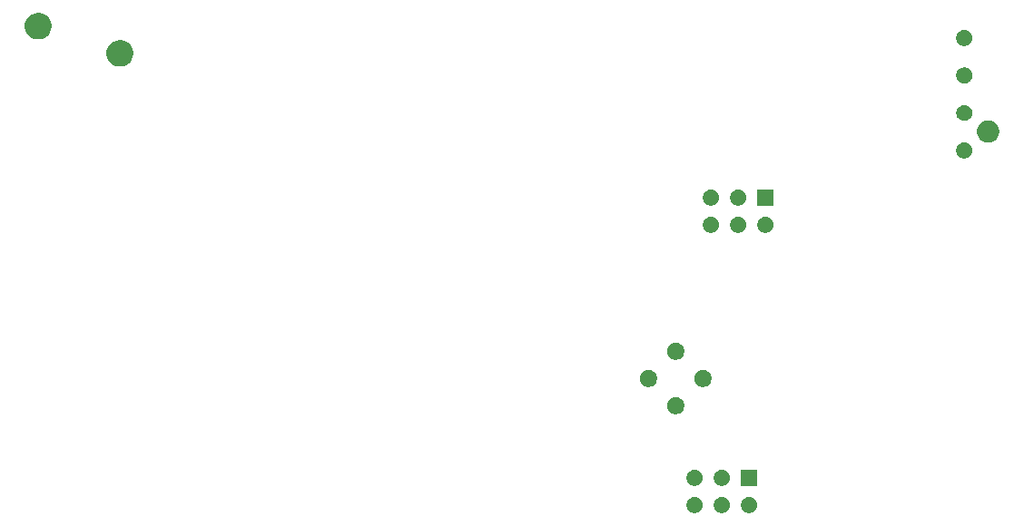
<source format=gbr>
G04 #@! TF.GenerationSoftware,KiCad,Pcbnew,5.1.4-e60b266~84~ubuntu16.04.1*
G04 #@! TF.CreationDate,2020-01-29T21:56:32-05:00*
G04 #@! TF.ProjectId,tire_temp,74697265-5f74-4656-9d70-2e6b69636164,rev?*
G04 #@! TF.SameCoordinates,Original*
G04 #@! TF.FileFunction,Soldermask,Bot*
G04 #@! TF.FilePolarity,Negative*
%FSLAX46Y46*%
G04 Gerber Fmt 4.6, Leading zero omitted, Abs format (unit mm)*
G04 Created by KiCad (PCBNEW 5.1.4-e60b266~84~ubuntu16.04.1) date 2020-01-29 21:56:32*
%MOMM*%
%LPD*%
G04 APERTURE LIST*
%ADD10C,0.100000*%
G04 APERTURE END LIST*
D10*
G36*
X171923059Y-123991860D02*
G01*
X172059732Y-124048472D01*
X172182735Y-124130660D01*
X172287340Y-124235265D01*
X172369528Y-124358268D01*
X172426140Y-124494941D01*
X172455000Y-124640033D01*
X172455000Y-124787967D01*
X172426140Y-124933059D01*
X172369528Y-125069732D01*
X172287340Y-125192735D01*
X172182735Y-125297340D01*
X172059732Y-125379528D01*
X172059731Y-125379529D01*
X172059730Y-125379529D01*
X171923059Y-125436140D01*
X171777968Y-125465000D01*
X171630032Y-125465000D01*
X171484941Y-125436140D01*
X171348270Y-125379529D01*
X171348269Y-125379529D01*
X171348268Y-125379528D01*
X171225265Y-125297340D01*
X171120660Y-125192735D01*
X171038472Y-125069732D01*
X170981860Y-124933059D01*
X170953000Y-124787967D01*
X170953000Y-124640033D01*
X170981860Y-124494941D01*
X171038472Y-124358268D01*
X171120660Y-124235265D01*
X171225265Y-124130660D01*
X171348268Y-124048472D01*
X171484941Y-123991860D01*
X171630032Y-123963000D01*
X171777968Y-123963000D01*
X171923059Y-123991860D01*
X171923059Y-123991860D01*
G37*
G36*
X166843059Y-123991860D02*
G01*
X166979732Y-124048472D01*
X167102735Y-124130660D01*
X167207340Y-124235265D01*
X167289528Y-124358268D01*
X167346140Y-124494941D01*
X167375000Y-124640033D01*
X167375000Y-124787967D01*
X167346140Y-124933059D01*
X167289528Y-125069732D01*
X167207340Y-125192735D01*
X167102735Y-125297340D01*
X166979732Y-125379528D01*
X166979731Y-125379529D01*
X166979730Y-125379529D01*
X166843059Y-125436140D01*
X166697968Y-125465000D01*
X166550032Y-125465000D01*
X166404941Y-125436140D01*
X166268270Y-125379529D01*
X166268269Y-125379529D01*
X166268268Y-125379528D01*
X166145265Y-125297340D01*
X166040660Y-125192735D01*
X165958472Y-125069732D01*
X165901860Y-124933059D01*
X165873000Y-124787967D01*
X165873000Y-124640033D01*
X165901860Y-124494941D01*
X165958472Y-124358268D01*
X166040660Y-124235265D01*
X166145265Y-124130660D01*
X166268268Y-124048472D01*
X166404941Y-123991860D01*
X166550032Y-123963000D01*
X166697968Y-123963000D01*
X166843059Y-123991860D01*
X166843059Y-123991860D01*
G37*
G36*
X169383059Y-123991860D02*
G01*
X169519732Y-124048472D01*
X169642735Y-124130660D01*
X169747340Y-124235265D01*
X169829528Y-124358268D01*
X169886140Y-124494941D01*
X169915000Y-124640033D01*
X169915000Y-124787967D01*
X169886140Y-124933059D01*
X169829528Y-125069732D01*
X169747340Y-125192735D01*
X169642735Y-125297340D01*
X169519732Y-125379528D01*
X169519731Y-125379529D01*
X169519730Y-125379529D01*
X169383059Y-125436140D01*
X169237968Y-125465000D01*
X169090032Y-125465000D01*
X168944941Y-125436140D01*
X168808270Y-125379529D01*
X168808269Y-125379529D01*
X168808268Y-125379528D01*
X168685265Y-125297340D01*
X168580660Y-125192735D01*
X168498472Y-125069732D01*
X168441860Y-124933059D01*
X168413000Y-124787967D01*
X168413000Y-124640033D01*
X168441860Y-124494941D01*
X168498472Y-124358268D01*
X168580660Y-124235265D01*
X168685265Y-124130660D01*
X168808268Y-124048472D01*
X168944941Y-123991860D01*
X169090032Y-123963000D01*
X169237968Y-123963000D01*
X169383059Y-123991860D01*
X169383059Y-123991860D01*
G37*
G36*
X166843059Y-121451860D02*
G01*
X166979732Y-121508472D01*
X167102735Y-121590660D01*
X167207340Y-121695265D01*
X167289528Y-121818268D01*
X167346140Y-121954941D01*
X167375000Y-122100033D01*
X167375000Y-122247967D01*
X167346140Y-122393059D01*
X167289528Y-122529732D01*
X167207340Y-122652735D01*
X167102735Y-122757340D01*
X166979732Y-122839528D01*
X166979731Y-122839529D01*
X166979730Y-122839529D01*
X166843059Y-122896140D01*
X166697968Y-122925000D01*
X166550032Y-122925000D01*
X166404941Y-122896140D01*
X166268270Y-122839529D01*
X166268269Y-122839529D01*
X166268268Y-122839528D01*
X166145265Y-122757340D01*
X166040660Y-122652735D01*
X165958472Y-122529732D01*
X165901860Y-122393059D01*
X165873000Y-122247967D01*
X165873000Y-122100033D01*
X165901860Y-121954941D01*
X165958472Y-121818268D01*
X166040660Y-121695265D01*
X166145265Y-121590660D01*
X166268268Y-121508472D01*
X166404941Y-121451860D01*
X166550032Y-121423000D01*
X166697968Y-121423000D01*
X166843059Y-121451860D01*
X166843059Y-121451860D01*
G37*
G36*
X172455000Y-122925000D02*
G01*
X170953000Y-122925000D01*
X170953000Y-121423000D01*
X172455000Y-121423000D01*
X172455000Y-122925000D01*
X172455000Y-122925000D01*
G37*
G36*
X169383059Y-121451860D02*
G01*
X169519732Y-121508472D01*
X169642735Y-121590660D01*
X169747340Y-121695265D01*
X169829528Y-121818268D01*
X169886140Y-121954941D01*
X169915000Y-122100033D01*
X169915000Y-122247967D01*
X169886140Y-122393059D01*
X169829528Y-122529732D01*
X169747340Y-122652735D01*
X169642735Y-122757340D01*
X169519732Y-122839528D01*
X169519731Y-122839529D01*
X169519730Y-122839529D01*
X169383059Y-122896140D01*
X169237968Y-122925000D01*
X169090032Y-122925000D01*
X168944941Y-122896140D01*
X168808270Y-122839529D01*
X168808269Y-122839529D01*
X168808268Y-122839528D01*
X168685265Y-122757340D01*
X168580660Y-122652735D01*
X168498472Y-122529732D01*
X168441860Y-122393059D01*
X168413000Y-122247967D01*
X168413000Y-122100033D01*
X168441860Y-121954941D01*
X168498472Y-121818268D01*
X168580660Y-121695265D01*
X168685265Y-121590660D01*
X168808268Y-121508472D01*
X168944941Y-121451860D01*
X169090032Y-121423000D01*
X169237968Y-121423000D01*
X169383059Y-121451860D01*
X169383059Y-121451860D01*
G37*
G36*
X165083142Y-114661242D02*
G01*
X165231101Y-114722529D01*
X165364255Y-114811499D01*
X165477501Y-114924745D01*
X165566471Y-115057899D01*
X165627758Y-115205858D01*
X165659000Y-115362925D01*
X165659000Y-115523075D01*
X165627758Y-115680142D01*
X165566471Y-115828101D01*
X165477501Y-115961255D01*
X165364255Y-116074501D01*
X165231101Y-116163471D01*
X165083142Y-116224758D01*
X164926075Y-116256000D01*
X164765925Y-116256000D01*
X164608858Y-116224758D01*
X164460899Y-116163471D01*
X164327745Y-116074501D01*
X164214499Y-115961255D01*
X164125529Y-115828101D01*
X164064242Y-115680142D01*
X164033000Y-115523075D01*
X164033000Y-115362925D01*
X164064242Y-115205858D01*
X164125529Y-115057899D01*
X164214499Y-114924745D01*
X164327745Y-114811499D01*
X164460899Y-114722529D01*
X164608858Y-114661242D01*
X164765925Y-114630000D01*
X164926075Y-114630000D01*
X165083142Y-114661242D01*
X165083142Y-114661242D01*
G37*
G36*
X167623142Y-112121242D02*
G01*
X167771101Y-112182529D01*
X167904255Y-112271499D01*
X168017501Y-112384745D01*
X168106471Y-112517899D01*
X168167758Y-112665858D01*
X168199000Y-112822925D01*
X168199000Y-112983075D01*
X168167758Y-113140142D01*
X168106471Y-113288101D01*
X168017501Y-113421255D01*
X167904255Y-113534501D01*
X167771101Y-113623471D01*
X167623142Y-113684758D01*
X167466075Y-113716000D01*
X167305925Y-113716000D01*
X167148858Y-113684758D01*
X167000899Y-113623471D01*
X166867745Y-113534501D01*
X166754499Y-113421255D01*
X166665529Y-113288101D01*
X166604242Y-113140142D01*
X166573000Y-112983075D01*
X166573000Y-112822925D01*
X166604242Y-112665858D01*
X166665529Y-112517899D01*
X166754499Y-112384745D01*
X166867745Y-112271499D01*
X167000899Y-112182529D01*
X167148858Y-112121242D01*
X167305925Y-112090000D01*
X167466075Y-112090000D01*
X167623142Y-112121242D01*
X167623142Y-112121242D01*
G37*
G36*
X162543142Y-112121242D02*
G01*
X162691101Y-112182529D01*
X162824255Y-112271499D01*
X162937501Y-112384745D01*
X163026471Y-112517899D01*
X163087758Y-112665858D01*
X163119000Y-112822925D01*
X163119000Y-112983075D01*
X163087758Y-113140142D01*
X163026471Y-113288101D01*
X162937501Y-113421255D01*
X162824255Y-113534501D01*
X162691101Y-113623471D01*
X162543142Y-113684758D01*
X162386075Y-113716000D01*
X162225925Y-113716000D01*
X162068858Y-113684758D01*
X161920899Y-113623471D01*
X161787745Y-113534501D01*
X161674499Y-113421255D01*
X161585529Y-113288101D01*
X161524242Y-113140142D01*
X161493000Y-112983075D01*
X161493000Y-112822925D01*
X161524242Y-112665858D01*
X161585529Y-112517899D01*
X161674499Y-112384745D01*
X161787745Y-112271499D01*
X161920899Y-112182529D01*
X162068858Y-112121242D01*
X162225925Y-112090000D01*
X162386075Y-112090000D01*
X162543142Y-112121242D01*
X162543142Y-112121242D01*
G37*
G36*
X165083142Y-109581242D02*
G01*
X165231101Y-109642529D01*
X165364255Y-109731499D01*
X165477501Y-109844745D01*
X165566471Y-109977899D01*
X165627758Y-110125858D01*
X165659000Y-110282925D01*
X165659000Y-110443075D01*
X165627758Y-110600142D01*
X165566471Y-110748101D01*
X165477501Y-110881255D01*
X165364255Y-110994501D01*
X165231101Y-111083471D01*
X165083142Y-111144758D01*
X164926075Y-111176000D01*
X164765925Y-111176000D01*
X164608858Y-111144758D01*
X164460899Y-111083471D01*
X164327745Y-110994501D01*
X164214499Y-110881255D01*
X164125529Y-110748101D01*
X164064242Y-110600142D01*
X164033000Y-110443075D01*
X164033000Y-110282925D01*
X164064242Y-110125858D01*
X164125529Y-109977899D01*
X164214499Y-109844745D01*
X164327745Y-109731499D01*
X164460899Y-109642529D01*
X164608858Y-109581242D01*
X164765925Y-109550000D01*
X164926075Y-109550000D01*
X165083142Y-109581242D01*
X165083142Y-109581242D01*
G37*
G36*
X170907059Y-97829860D02*
G01*
X171043732Y-97886472D01*
X171166735Y-97968660D01*
X171271340Y-98073265D01*
X171353528Y-98196268D01*
X171410140Y-98332941D01*
X171439000Y-98478033D01*
X171439000Y-98625967D01*
X171410140Y-98771059D01*
X171353528Y-98907732D01*
X171271340Y-99030735D01*
X171166735Y-99135340D01*
X171043732Y-99217528D01*
X171043731Y-99217529D01*
X171043730Y-99217529D01*
X170907059Y-99274140D01*
X170761968Y-99303000D01*
X170614032Y-99303000D01*
X170468941Y-99274140D01*
X170332270Y-99217529D01*
X170332269Y-99217529D01*
X170332268Y-99217528D01*
X170209265Y-99135340D01*
X170104660Y-99030735D01*
X170022472Y-98907732D01*
X169965860Y-98771059D01*
X169937000Y-98625967D01*
X169937000Y-98478033D01*
X169965860Y-98332941D01*
X170022472Y-98196268D01*
X170104660Y-98073265D01*
X170209265Y-97968660D01*
X170332268Y-97886472D01*
X170468941Y-97829860D01*
X170614032Y-97801000D01*
X170761968Y-97801000D01*
X170907059Y-97829860D01*
X170907059Y-97829860D01*
G37*
G36*
X168367059Y-97829860D02*
G01*
X168503732Y-97886472D01*
X168626735Y-97968660D01*
X168731340Y-98073265D01*
X168813528Y-98196268D01*
X168870140Y-98332941D01*
X168899000Y-98478033D01*
X168899000Y-98625967D01*
X168870140Y-98771059D01*
X168813528Y-98907732D01*
X168731340Y-99030735D01*
X168626735Y-99135340D01*
X168503732Y-99217528D01*
X168503731Y-99217529D01*
X168503730Y-99217529D01*
X168367059Y-99274140D01*
X168221968Y-99303000D01*
X168074032Y-99303000D01*
X167928941Y-99274140D01*
X167792270Y-99217529D01*
X167792269Y-99217529D01*
X167792268Y-99217528D01*
X167669265Y-99135340D01*
X167564660Y-99030735D01*
X167482472Y-98907732D01*
X167425860Y-98771059D01*
X167397000Y-98625967D01*
X167397000Y-98478033D01*
X167425860Y-98332941D01*
X167482472Y-98196268D01*
X167564660Y-98073265D01*
X167669265Y-97968660D01*
X167792268Y-97886472D01*
X167928941Y-97829860D01*
X168074032Y-97801000D01*
X168221968Y-97801000D01*
X168367059Y-97829860D01*
X168367059Y-97829860D01*
G37*
G36*
X173447059Y-97829860D02*
G01*
X173583732Y-97886472D01*
X173706735Y-97968660D01*
X173811340Y-98073265D01*
X173893528Y-98196268D01*
X173950140Y-98332941D01*
X173979000Y-98478033D01*
X173979000Y-98625967D01*
X173950140Y-98771059D01*
X173893528Y-98907732D01*
X173811340Y-99030735D01*
X173706735Y-99135340D01*
X173583732Y-99217528D01*
X173583731Y-99217529D01*
X173583730Y-99217529D01*
X173447059Y-99274140D01*
X173301968Y-99303000D01*
X173154032Y-99303000D01*
X173008941Y-99274140D01*
X172872270Y-99217529D01*
X172872269Y-99217529D01*
X172872268Y-99217528D01*
X172749265Y-99135340D01*
X172644660Y-99030735D01*
X172562472Y-98907732D01*
X172505860Y-98771059D01*
X172477000Y-98625967D01*
X172477000Y-98478033D01*
X172505860Y-98332941D01*
X172562472Y-98196268D01*
X172644660Y-98073265D01*
X172749265Y-97968660D01*
X172872268Y-97886472D01*
X173008941Y-97829860D01*
X173154032Y-97801000D01*
X173301968Y-97801000D01*
X173447059Y-97829860D01*
X173447059Y-97829860D01*
G37*
G36*
X168367059Y-95289860D02*
G01*
X168503732Y-95346472D01*
X168626735Y-95428660D01*
X168731340Y-95533265D01*
X168813528Y-95656268D01*
X168870140Y-95792941D01*
X168899000Y-95938033D01*
X168899000Y-96085967D01*
X168870140Y-96231059D01*
X168813528Y-96367732D01*
X168731340Y-96490735D01*
X168626735Y-96595340D01*
X168503732Y-96677528D01*
X168503731Y-96677529D01*
X168503730Y-96677529D01*
X168367059Y-96734140D01*
X168221968Y-96763000D01*
X168074032Y-96763000D01*
X167928941Y-96734140D01*
X167792270Y-96677529D01*
X167792269Y-96677529D01*
X167792268Y-96677528D01*
X167669265Y-96595340D01*
X167564660Y-96490735D01*
X167482472Y-96367732D01*
X167425860Y-96231059D01*
X167397000Y-96085967D01*
X167397000Y-95938033D01*
X167425860Y-95792941D01*
X167482472Y-95656268D01*
X167564660Y-95533265D01*
X167669265Y-95428660D01*
X167792268Y-95346472D01*
X167928941Y-95289860D01*
X168074032Y-95261000D01*
X168221968Y-95261000D01*
X168367059Y-95289860D01*
X168367059Y-95289860D01*
G37*
G36*
X173979000Y-96763000D02*
G01*
X172477000Y-96763000D01*
X172477000Y-95261000D01*
X173979000Y-95261000D01*
X173979000Y-96763000D01*
X173979000Y-96763000D01*
G37*
G36*
X170907059Y-95289860D02*
G01*
X171043732Y-95346472D01*
X171166735Y-95428660D01*
X171271340Y-95533265D01*
X171353528Y-95656268D01*
X171410140Y-95792941D01*
X171439000Y-95938033D01*
X171439000Y-96085967D01*
X171410140Y-96231059D01*
X171353528Y-96367732D01*
X171271340Y-96490735D01*
X171166735Y-96595340D01*
X171043732Y-96677528D01*
X171043731Y-96677529D01*
X171043730Y-96677529D01*
X170907059Y-96734140D01*
X170761968Y-96763000D01*
X170614032Y-96763000D01*
X170468941Y-96734140D01*
X170332270Y-96677529D01*
X170332269Y-96677529D01*
X170332268Y-96677528D01*
X170209265Y-96595340D01*
X170104660Y-96490735D01*
X170022472Y-96367732D01*
X169965860Y-96231059D01*
X169937000Y-96085967D01*
X169937000Y-95938033D01*
X169965860Y-95792941D01*
X170022472Y-95656268D01*
X170104660Y-95533265D01*
X170209265Y-95428660D01*
X170332268Y-95346472D01*
X170468941Y-95289860D01*
X170614032Y-95261000D01*
X170761968Y-95261000D01*
X170907059Y-95289860D01*
X170907059Y-95289860D01*
G37*
G36*
X191864425Y-90864599D02*
G01*
X191988621Y-90889302D01*
X192125022Y-90945801D01*
X192247779Y-91027825D01*
X192352175Y-91132221D01*
X192434199Y-91254978D01*
X192490698Y-91391379D01*
X192519500Y-91536181D01*
X192519500Y-91683819D01*
X192490698Y-91828621D01*
X192434199Y-91965022D01*
X192352175Y-92087779D01*
X192247779Y-92192175D01*
X192125022Y-92274199D01*
X191988621Y-92330698D01*
X191864425Y-92355401D01*
X191843820Y-92359500D01*
X191696180Y-92359500D01*
X191675575Y-92355401D01*
X191551379Y-92330698D01*
X191414978Y-92274199D01*
X191292221Y-92192175D01*
X191187825Y-92087779D01*
X191105801Y-91965022D01*
X191049302Y-91828621D01*
X191020500Y-91683819D01*
X191020500Y-91536181D01*
X191049302Y-91391379D01*
X191105801Y-91254978D01*
X191187825Y-91132221D01*
X191292221Y-91027825D01*
X191414978Y-90945801D01*
X191551379Y-90889302D01*
X191675575Y-90864599D01*
X191696180Y-90860500D01*
X191843820Y-90860500D01*
X191864425Y-90864599D01*
X191864425Y-90864599D01*
G37*
G36*
X194303793Y-88858524D02*
G01*
X194493333Y-88937034D01*
X194493335Y-88937035D01*
X194663917Y-89051014D01*
X194808986Y-89196083D01*
X194922966Y-89366667D01*
X195001476Y-89556207D01*
X195041500Y-89757420D01*
X195041500Y-89962580D01*
X195001476Y-90163793D01*
X194922966Y-90353333D01*
X194922965Y-90353335D01*
X194808986Y-90523917D01*
X194663917Y-90668986D01*
X194493335Y-90782965D01*
X194493334Y-90782966D01*
X194493333Y-90782966D01*
X194303793Y-90861476D01*
X194102580Y-90901500D01*
X193897420Y-90901500D01*
X193696207Y-90861476D01*
X193506667Y-90782966D01*
X193506666Y-90782966D01*
X193506665Y-90782965D01*
X193336083Y-90668986D01*
X193191014Y-90523917D01*
X193077035Y-90353335D01*
X193077034Y-90353333D01*
X192998524Y-90163793D01*
X192958500Y-89962580D01*
X192958500Y-89757420D01*
X192998524Y-89556207D01*
X193077034Y-89366667D01*
X193191014Y-89196083D01*
X193336083Y-89051014D01*
X193506665Y-88937035D01*
X193506667Y-88937034D01*
X193696207Y-88858524D01*
X193897420Y-88818500D01*
X194102580Y-88818500D01*
X194303793Y-88858524D01*
X194303793Y-88858524D01*
G37*
G36*
X191864425Y-87364599D02*
G01*
X191988621Y-87389302D01*
X192125022Y-87445801D01*
X192247779Y-87527825D01*
X192352175Y-87632221D01*
X192434199Y-87754978D01*
X192490698Y-87891379D01*
X192519500Y-88036181D01*
X192519500Y-88183819D01*
X192490698Y-88328621D01*
X192434199Y-88465022D01*
X192352175Y-88587779D01*
X192247779Y-88692175D01*
X192125022Y-88774199D01*
X191988621Y-88830698D01*
X191864425Y-88855401D01*
X191843820Y-88859500D01*
X191696180Y-88859500D01*
X191675575Y-88855401D01*
X191551379Y-88830698D01*
X191414978Y-88774199D01*
X191292221Y-88692175D01*
X191187825Y-88587779D01*
X191105801Y-88465022D01*
X191049302Y-88328621D01*
X191020500Y-88183819D01*
X191020500Y-88036181D01*
X191049302Y-87891379D01*
X191105801Y-87754978D01*
X191187825Y-87632221D01*
X191292221Y-87527825D01*
X191414978Y-87445801D01*
X191551379Y-87389302D01*
X191675575Y-87364599D01*
X191696180Y-87360500D01*
X191843820Y-87360500D01*
X191864425Y-87364599D01*
X191864425Y-87364599D01*
G37*
G36*
X191864425Y-83864599D02*
G01*
X191988621Y-83889302D01*
X192125022Y-83945801D01*
X192247779Y-84027825D01*
X192352175Y-84132221D01*
X192434199Y-84254978D01*
X192490698Y-84391379D01*
X192519500Y-84536181D01*
X192519500Y-84683819D01*
X192490698Y-84828621D01*
X192434199Y-84965022D01*
X192352175Y-85087779D01*
X192247779Y-85192175D01*
X192125022Y-85274199D01*
X191988621Y-85330698D01*
X191864425Y-85355401D01*
X191843820Y-85359500D01*
X191696180Y-85359500D01*
X191675575Y-85355401D01*
X191551379Y-85330698D01*
X191414978Y-85274199D01*
X191292221Y-85192175D01*
X191187825Y-85087779D01*
X191105801Y-84965022D01*
X191049302Y-84828621D01*
X191020500Y-84683819D01*
X191020500Y-84536181D01*
X191049302Y-84391379D01*
X191105801Y-84254978D01*
X191187825Y-84132221D01*
X191292221Y-84027825D01*
X191414978Y-83945801D01*
X191551379Y-83889302D01*
X191675575Y-83864599D01*
X191696180Y-83860500D01*
X191843820Y-83860500D01*
X191864425Y-83864599D01*
X191864425Y-83864599D01*
G37*
G36*
X113394903Y-81347075D02*
G01*
X113622571Y-81441378D01*
X113827466Y-81578285D01*
X114001715Y-81752534D01*
X114138622Y-81957429D01*
X114232925Y-82185097D01*
X114281000Y-82426787D01*
X114281000Y-82673213D01*
X114232925Y-82914903D01*
X114138622Y-83142571D01*
X114001715Y-83347466D01*
X113827466Y-83521715D01*
X113622571Y-83658622D01*
X113622570Y-83658623D01*
X113622569Y-83658623D01*
X113394903Y-83752925D01*
X113153214Y-83801000D01*
X112906786Y-83801000D01*
X112665097Y-83752925D01*
X112437431Y-83658623D01*
X112437430Y-83658623D01*
X112437429Y-83658622D01*
X112232534Y-83521715D01*
X112058285Y-83347466D01*
X111921378Y-83142571D01*
X111827075Y-82914903D01*
X111779000Y-82673213D01*
X111779000Y-82426787D01*
X111827075Y-82185097D01*
X111921378Y-81957429D01*
X112058285Y-81752534D01*
X112232534Y-81578285D01*
X112437429Y-81441378D01*
X112665097Y-81347075D01*
X112906786Y-81299000D01*
X113153214Y-81299000D01*
X113394903Y-81347075D01*
X113394903Y-81347075D01*
G37*
G36*
X191864425Y-80364599D02*
G01*
X191988621Y-80389302D01*
X192125022Y-80445801D01*
X192247779Y-80527825D01*
X192352175Y-80632221D01*
X192434199Y-80754978D01*
X192490698Y-80891379D01*
X192519500Y-81036181D01*
X192519500Y-81183819D01*
X192490698Y-81328621D01*
X192434199Y-81465022D01*
X192352175Y-81587779D01*
X192247779Y-81692175D01*
X192125022Y-81774199D01*
X191988621Y-81830698D01*
X191864425Y-81855401D01*
X191843820Y-81859500D01*
X191696180Y-81859500D01*
X191675575Y-81855401D01*
X191551379Y-81830698D01*
X191414978Y-81774199D01*
X191292221Y-81692175D01*
X191187825Y-81587779D01*
X191105801Y-81465022D01*
X191049302Y-81328621D01*
X191020500Y-81183819D01*
X191020500Y-81036181D01*
X191049302Y-80891379D01*
X191105801Y-80754978D01*
X191187825Y-80632221D01*
X191292221Y-80527825D01*
X191414978Y-80445801D01*
X191551379Y-80389302D01*
X191675575Y-80364599D01*
X191696180Y-80360500D01*
X191843820Y-80360500D01*
X191864425Y-80364599D01*
X191864425Y-80364599D01*
G37*
G36*
X105774903Y-78807075D02*
G01*
X106002571Y-78901378D01*
X106207466Y-79038285D01*
X106381715Y-79212534D01*
X106518622Y-79417429D01*
X106612925Y-79645097D01*
X106661000Y-79886787D01*
X106661000Y-80133213D01*
X106612925Y-80374903D01*
X106518622Y-80602571D01*
X106381715Y-80807466D01*
X106207466Y-80981715D01*
X106002571Y-81118622D01*
X106002570Y-81118623D01*
X106002569Y-81118623D01*
X105774903Y-81212925D01*
X105533214Y-81261000D01*
X105286786Y-81261000D01*
X105045097Y-81212925D01*
X104817431Y-81118623D01*
X104817430Y-81118623D01*
X104817429Y-81118622D01*
X104612534Y-80981715D01*
X104438285Y-80807466D01*
X104301378Y-80602571D01*
X104207075Y-80374903D01*
X104159000Y-80133213D01*
X104159000Y-79886787D01*
X104207075Y-79645097D01*
X104301378Y-79417429D01*
X104438285Y-79212534D01*
X104612534Y-79038285D01*
X104817429Y-78901378D01*
X105045097Y-78807075D01*
X105286786Y-78759000D01*
X105533214Y-78759000D01*
X105774903Y-78807075D01*
X105774903Y-78807075D01*
G37*
M02*

</source>
